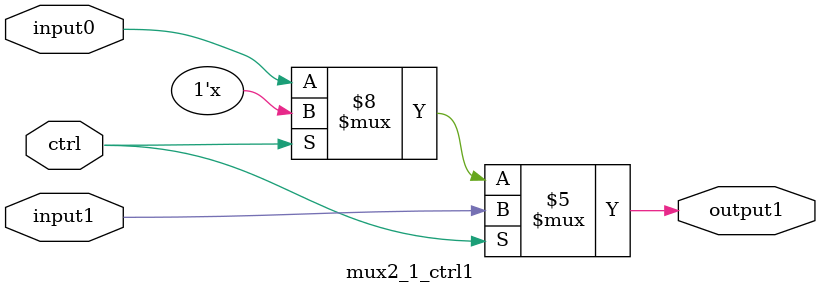
<source format=v>
`timescale 1ns / 1ns

module mux2_1_ctrl1(output1, input0, input1, ctrl);

//-------------Input Ports-----------------------------
input wire ctrl;		
input wire input0;	//input at 0
input wire input1;	//unput at 1

//-------------Output Ports----------------------------

output reg output1; 	//8 bits of output

//------------------Instructions-----------------------
always @*
	begin
		if (ctrl == 0)
			output1 = input0;
		if (ctrl == 1)
			output1 = input1;
	end
endmodule

</source>
